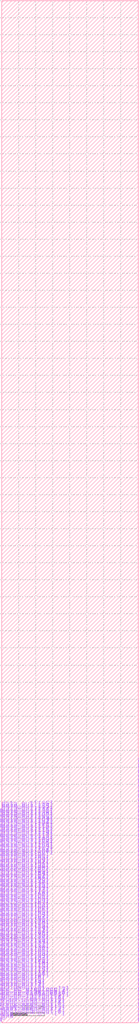
<source format=lef>
VERSION 5.7 ;
  NOWIREEXTENSIONATPIN ON ;
  DIVIDERCHAR "/" ;
  BUSBITCHARS "[]" ;
MACRO tri_256x144_8w_1r1w
  CLASS BLOCK ;
  FOREIGN tri_256x144_8w_1r1w ;
  ORIGIN 0.000 0.000 ;
  SIZE 400.000 BY 3000.000 ;
  PIN gnd
    DIRECTION INOUT ;
    USE SIGNAL ;
    PORT
      LAYER met3 ;
        RECT -4.000 4.000 0.000 4.600 ;
    END
  END gnd
  PIN vdd
    DIRECTION INOUT ;
    USE SIGNAL ;
    PORT
      LAYER met3 ;
        RECT -4.000 8.000 0.000 8.600 ;
    END
  END vdd
  PIN vcs
    DIRECTION INOUT ;
    USE SIGNAL ;
    PORT
      LAYER met3 ;
        RECT -4.000 12.000 0.000 12.600 ;
    END
  END vcs
  PIN clk
    DIRECTION INPUT ;
    USE SIGNAL ;
    PORT
      LAYER met3 ;
        RECT 400.000 4.000 404.000 4.600 ;
    END
  END clk
  PIN rst
    DIRECTION INPUT ;
    USE SIGNAL ;
    PORT
      LAYER met3 ;
        RECT 400.000 8.000 404.000 8.600 ;
    END
  END rst
  PIN rd_act[0]
    DIRECTION INPUT ;
    USE SIGNAL ;
    PORT
      LAYER met3 ;
        RECT 400.000 12.000 404.000 12.600 ;
    END
  END rd_act[0]
  PIN rd_act[1]
    DIRECTION INPUT ;
    USE SIGNAL ;
    PORT
      LAYER met3 ;
        RECT 400.000 16.000 404.000 16.600 ;
    END
  END rd_act[1]
  PIN rd_act[2]
    DIRECTION INPUT ;
    USE SIGNAL ;
    PORT
      LAYER met3 ;
        RECT 400.000 20.000 404.000 20.600 ;
    END
  END rd_act[2]
  PIN rd_act[3]
    DIRECTION INPUT ;
    USE SIGNAL ;
    PORT
      LAYER met3 ;
        RECT 400.000 24.000 404.000 24.600 ;
    END
  END rd_act[3]
  PIN rd_act[4]
    DIRECTION INPUT ;
    USE SIGNAL ;
    PORT
      LAYER met3 ;
        RECT 400.000 28.000 404.000 28.600 ;
    END
  END rd_act[4]
  PIN rd_act[5]
    DIRECTION INPUT ;
    USE SIGNAL ;
    PORT
      LAYER met3 ;
        RECT 400.000 32.000 404.000 32.600 ;
    END
  END rd_act[5]
  PIN rd_act[6]
    DIRECTION INPUT ;
    USE SIGNAL ;
    PORT
      LAYER met3 ;
        RECT 400.000 36.000 404.000 36.600 ;
    END
  END rd_act[6]
  PIN rd_act[7]
    DIRECTION INPUT ;
    USE SIGNAL ;
    PORT
      LAYER met3 ;
        RECT 400.000 40.000 404.000 40.600 ;
    END
  END rd_act[7]
  PIN wr_act[0]
    DIRECTION INPUT ;
    USE SIGNAL ;
    PORT
      LAYER met3 ;
        RECT 400.000 44.000 404.000 44.600 ;
    END
  END wr_act[0]
  PIN wr_act[1]
    DIRECTION INPUT ;
    USE SIGNAL ;
    PORT
      LAYER met3 ;
        RECT 400.000 48.000 404.000 48.600 ;
    END
  END wr_act[1]
  PIN wr_act[2]
    DIRECTION INPUT ;
    USE SIGNAL ;
    PORT
      LAYER met3 ;
        RECT 400.000 52.000 404.000 52.600 ;
    END
  END wr_act[2]
  PIN wr_act[3]
    DIRECTION INPUT ;
    USE SIGNAL ;
    PORT
      LAYER met3 ;
        RECT 400.000 56.000 404.000 56.600 ;
    END
  END wr_act[3]
  PIN wr_act[4]
    DIRECTION INPUT ;
    USE SIGNAL ;
    PORT
      LAYER met3 ;
        RECT 400.000 60.000 404.000 60.600 ;
    END
  END wr_act[4]
  PIN wr_act[5]
    DIRECTION INPUT ;
    USE SIGNAL ;
    PORT
      LAYER met3 ;
        RECT 400.000 64.000 404.000 64.600 ;
    END
  END wr_act[5]
  PIN wr_act[6]
    DIRECTION INPUT ;
    USE SIGNAL ;
    PORT
      LAYER met3 ;
        RECT 400.000 68.000 404.000 68.600 ;
    END
  END wr_act[6]
  PIN wr_act[7]
    DIRECTION INPUT ;
    USE SIGNAL ;
    PORT
      LAYER met3 ;
        RECT 400.000 72.000 404.000 72.600 ;
    END
  END wr_act[7]
  PIN sg_0
    DIRECTION INPUT ;
    USE SIGNAL ;
    PORT
      LAYER met3 ;
        RECT 400.000 76.000 404.000 76.600 ;
    END
  END sg_0
  PIN abst_sl_thold_0
    DIRECTION INPUT ;
    USE SIGNAL ;
    PORT
      LAYER met3 ;
        RECT 400.000 80.000 404.000 80.600 ;
    END
  END abst_sl_thold_0
  PIN ary_nsl_thold_0
    DIRECTION INPUT ;
    USE SIGNAL ;
    PORT
      LAYER met3 ;
        RECT 400.000 84.000 404.000 84.600 ;
    END
  END ary_nsl_thold_0
  PIN time_sl_thold_0
    DIRECTION INPUT ;
    USE SIGNAL ;
    PORT
      LAYER met3 ;
        RECT 400.000 88.000 404.000 88.600 ;
    END
  END time_sl_thold_0
  PIN repr_sl_thold_0
    DIRECTION INPUT ;
    USE SIGNAL ;
    PORT
      LAYER met3 ;
        RECT 400.000 92.000 404.000 92.600 ;
    END
  END repr_sl_thold_0
  PIN func_sl_force
    DIRECTION INPUT ;
    USE SIGNAL ;
    PORT
      LAYER met3 ;
        RECT 400.000 96.000 404.000 96.600 ;
    END
  END func_sl_force
  PIN func_sl_thold_0_b
    DIRECTION INPUT ;
    USE SIGNAL ;
    PORT
      LAYER met3 ;
        RECT 400.000 100.000 404.000 100.600 ;
    END
  END func_sl_thold_0_b
  PIN g8t_clkoff_dc_b
    DIRECTION INPUT ;
    USE SIGNAL ;
    PORT
      LAYER met3 ;
        RECT 400.000 104.000 404.000 104.600 ;
    END
  END g8t_clkoff_dc_b
  PIN ccflush_dc
    DIRECTION INPUT ;
    USE SIGNAL ;
    PORT
      LAYER met3 ;
        RECT 400.000 108.000 404.000 108.600 ;
    END
  END ccflush_dc
  PIN scan_dis_dc_b
    DIRECTION INPUT ;
    USE SIGNAL ;
    PORT
      LAYER met3 ;
        RECT 400.000 112.000 404.000 112.600 ;
    END
  END scan_dis_dc_b
  PIN scan_diag_dc
    DIRECTION INPUT ;
    USE SIGNAL ;
    PORT
      LAYER met3 ;
        RECT 400.000 116.000 404.000 116.600 ;
    END
  END scan_diag_dc
  PIN g8t_d_mode_dc
    DIRECTION INPUT ;
    USE SIGNAL ;
    PORT
      LAYER met3 ;
        RECT 400.000 120.000 404.000 120.600 ;
    END
  END g8t_d_mode_dc
  PIN g8t_mpw1_dc_b[0]
    DIRECTION INPUT ;
    USE SIGNAL ;
    PORT
      LAYER met3 ;
        RECT 400.000 124.000 404.000 124.600 ;
    END
  END g8t_mpw1_dc_b[0]
  PIN g8t_mpw1_dc_b[1]
    DIRECTION INPUT ;
    USE SIGNAL ;
    PORT
      LAYER met3 ;
        RECT 400.000 128.000 404.000 128.600 ;
    END
  END g8t_mpw1_dc_b[1]
  PIN g8t_mpw1_dc_b[2]
    DIRECTION INPUT ;
    USE SIGNAL ;
    PORT
      LAYER met3 ;
        RECT 400.000 132.000 404.000 132.600 ;
    END
  END g8t_mpw1_dc_b[2]
  PIN g8t_mpw1_dc_b[3]
    DIRECTION INPUT ;
    USE SIGNAL ;
    PORT
      LAYER met3 ;
        RECT 400.000 136.000 404.000 136.600 ;
    END
  END g8t_mpw1_dc_b[3]
  PIN g8t_mpw1_dc_b[4]
    DIRECTION INPUT ;
    USE SIGNAL ;
    PORT
      LAYER met3 ;
        RECT 400.000 140.000 404.000 140.600 ;
    END
  END g8t_mpw1_dc_b[4]
  PIN g8t_mpw2_dc_b
    DIRECTION INPUT ;
    USE SIGNAL ;
    PORT
      LAYER met3 ;
        RECT 400.000 144.000 404.000 144.600 ;
    END
  END g8t_mpw2_dc_b
  PIN g8t_delay_lclkr_dc[0]
    DIRECTION INPUT ;
    USE SIGNAL ;
    PORT
      LAYER met3 ;
        RECT 400.000 148.000 404.000 148.600 ;
    END
  END g8t_delay_lclkr_dc[0]
  PIN g8t_delay_lclkr_dc[1]
    DIRECTION INPUT ;
    USE SIGNAL ;
    PORT
      LAYER met3 ;
        RECT 400.000 152.000 404.000 152.600 ;
    END
  END g8t_delay_lclkr_dc[1]
  PIN g8t_delay_lclkr_dc[2]
    DIRECTION INPUT ;
    USE SIGNAL ;
    PORT
      LAYER met3 ;
        RECT 400.000 156.000 404.000 156.600 ;
    END
  END g8t_delay_lclkr_dc[2]
  PIN g8t_delay_lclkr_dc[3]
    DIRECTION INPUT ;
    USE SIGNAL ;
    PORT
      LAYER met3 ;
        RECT 400.000 160.000 404.000 160.600 ;
    END
  END g8t_delay_lclkr_dc[3]
  PIN g8t_delay_lclkr_dc[4]
    DIRECTION INPUT ;
    USE SIGNAL ;
    PORT
      LAYER met3 ;
        RECT 400.000 164.000 404.000 164.600 ;
    END
  END g8t_delay_lclkr_dc[4]
  PIN d_mode_dc
    DIRECTION INPUT ;
    USE SIGNAL ;
    PORT
      LAYER met3 ;
        RECT 400.000 168.000 404.000 168.600 ;
    END
  END d_mode_dc
  PIN mpw1_dc_b
    DIRECTION INPUT ;
    USE SIGNAL ;
    PORT
      LAYER met3 ;
        RECT 400.000 172.000 404.000 172.600 ;
    END
  END mpw1_dc_b
  PIN mpw2_dc_b
    DIRECTION INPUT ;
    USE SIGNAL ;
    PORT
      LAYER met3 ;
        RECT 400.000 176.000 404.000 176.600 ;
    END
  END mpw2_dc_b
  PIN delay_lclkr_dc
    DIRECTION INPUT ;
    USE SIGNAL ;
    PORT
      LAYER met3 ;
        RECT 400.000 180.000 404.000 180.600 ;
    END
  END delay_lclkr_dc
  PIN wr_abst_act
    DIRECTION INPUT ;
    USE SIGNAL ;
    PORT
      LAYER met3 ;
        RECT 400.000 184.000 404.000 184.600 ;
    END
  END wr_abst_act
  PIN rd0_abst_act
    DIRECTION INPUT ;
    USE SIGNAL ;
    PORT
      LAYER met3 ;
        RECT 400.000 188.000 404.000 188.600 ;
    END
  END rd0_abst_act
  PIN abist_di[0]
    DIRECTION INPUT ;
    USE SIGNAL ;
    PORT
      LAYER met3 ;
        RECT 400.000 192.000 404.000 192.600 ;
    END
  END abist_di[0]
  PIN abist_di[1]
    DIRECTION INPUT ;
    USE SIGNAL ;
    PORT
      LAYER met3 ;
        RECT 400.000 196.000 404.000 196.600 ;
    END
  END abist_di[1]
  PIN abist_di[2]
    DIRECTION INPUT ;
    USE SIGNAL ;
    PORT
      LAYER met3 ;
        RECT 400.000 200.000 404.000 200.600 ;
    END
  END abist_di[2]
  PIN abist_di[3]
    DIRECTION INPUT ;
    USE SIGNAL ;
    PORT
      LAYER met3 ;
        RECT 400.000 204.000 404.000 204.600 ;
    END
  END abist_di[3]
  PIN abist_bw_odd
    DIRECTION INPUT ;
    USE SIGNAL ;
    PORT
      LAYER met3 ;
        RECT 400.000 208.000 404.000 208.600 ;
    END
  END abist_bw_odd
  PIN abist_bw_even
    DIRECTION INPUT ;
    USE SIGNAL ;
    PORT
      LAYER met3 ;
        RECT 400.000 212.000 404.000 212.600 ;
    END
  END abist_bw_even
  PIN abist_wr_adr[0]
    DIRECTION INPUT ;
    USE SIGNAL ;
    PORT
      LAYER met3 ;
        RECT 400.000 216.000 404.000 216.600 ;
    END
  END abist_wr_adr[0]
  PIN abist_wr_adr[1]
    DIRECTION INPUT ;
    USE SIGNAL ;
    PORT
      LAYER met3 ;
        RECT 400.000 220.000 404.000 220.600 ;
    END
  END abist_wr_adr[1]
  PIN abist_wr_adr[2]
    DIRECTION INPUT ;
    USE SIGNAL ;
    PORT
      LAYER met3 ;
        RECT 400.000 224.000 404.000 224.600 ;
    END
  END abist_wr_adr[2]
  PIN abist_wr_adr[3]
    DIRECTION INPUT ;
    USE SIGNAL ;
    PORT
      LAYER met3 ;
        RECT 400.000 228.000 404.000 228.600 ;
    END
  END abist_wr_adr[3]
  PIN abist_wr_adr[4]
    DIRECTION INPUT ;
    USE SIGNAL ;
    PORT
      LAYER met3 ;
        RECT 400.000 232.000 404.000 232.600 ;
    END
  END abist_wr_adr[4]
  PIN abist_wr_adr[5]
    DIRECTION INPUT ;
    USE SIGNAL ;
    PORT
      LAYER met3 ;
        RECT 400.000 236.000 404.000 236.600 ;
    END
  END abist_wr_adr[5]
  PIN abist_wr_adr[6]
    DIRECTION INPUT ;
    USE SIGNAL ;
    PORT
      LAYER met3 ;
        RECT 400.000 240.000 404.000 240.600 ;
    END
  END abist_wr_adr[6]
  PIN abist_wr_adr[7]
    DIRECTION INPUT ;
    USE SIGNAL ;
    PORT
      LAYER met3 ;
        RECT 400.000 244.000 404.000 244.600 ;
    END
  END abist_wr_adr[7]
  PIN abist_wr_adr[8]
    DIRECTION INPUT ;
    USE SIGNAL ;
    PORT
      LAYER met3 ;
        RECT 400.000 248.000 404.000 248.600 ;
    END
  END abist_wr_adr[8]
  PIN abist_rd0_adr[0]
    DIRECTION INPUT ;
    USE SIGNAL ;
    PORT
      LAYER met3 ;
        RECT 400.000 252.000 404.000 252.600 ;
    END
  END abist_rd0_adr[0]
  PIN abist_rd0_adr[1]
    DIRECTION INPUT ;
    USE SIGNAL ;
    PORT
      LAYER met3 ;
        RECT 400.000 256.000 404.000 256.600 ;
    END
  END abist_rd0_adr[1]
  PIN abist_rd0_adr[2]
    DIRECTION INPUT ;
    USE SIGNAL ;
    PORT
      LAYER met3 ;
        RECT 400.000 260.000 404.000 260.600 ;
    END
  END abist_rd0_adr[2]
  PIN abist_rd0_adr[3]
    DIRECTION INPUT ;
    USE SIGNAL ;
    PORT
      LAYER met3 ;
        RECT 400.000 264.000 404.000 264.600 ;
    END
  END abist_rd0_adr[3]
  PIN abist_rd0_adr[4]
    DIRECTION INPUT ;
    USE SIGNAL ;
    PORT
      LAYER met3 ;
        RECT 400.000 268.000 404.000 268.600 ;
    END
  END abist_rd0_adr[4]
  PIN abist_rd0_adr[5]
    DIRECTION INPUT ;
    USE SIGNAL ;
    PORT
      LAYER met3 ;
        RECT 400.000 272.000 404.000 272.600 ;
    END
  END abist_rd0_adr[5]
  PIN abist_rd0_adr[6]
    DIRECTION INPUT ;
    USE SIGNAL ;
    PORT
      LAYER met3 ;
        RECT 400.000 276.000 404.000 276.600 ;
    END
  END abist_rd0_adr[6]
  PIN abist_rd0_adr[7]
    DIRECTION INPUT ;
    USE SIGNAL ;
    PORT
      LAYER met3 ;
        RECT 400.000 280.000 404.000 280.600 ;
    END
  END abist_rd0_adr[7]
  PIN abist_rd0_adr[8]
    DIRECTION INPUT ;
    USE SIGNAL ;
    PORT
      LAYER met3 ;
        RECT 400.000 284.000 404.000 284.600 ;
    END
  END abist_rd0_adr[8]
  PIN tc_lbist_ary_wrt_thru_dc
    DIRECTION INPUT ;
    USE SIGNAL ;
    PORT
      LAYER met3 ;
        RECT 400.000 288.000 404.000 288.600 ;
    END
  END tc_lbist_ary_wrt_thru_dc
  PIN abist_ena_1
    DIRECTION INPUT ;
    USE SIGNAL ;
    PORT
      LAYER met3 ;
        RECT 400.000 292.000 404.000 292.600 ;
    END
  END abist_ena_1
  PIN abist_g8t_rd0_comp_ena
    DIRECTION INPUT ;
    USE SIGNAL ;
    PORT
      LAYER met3 ;
        RECT 400.000 296.000 404.000 296.600 ;
    END
  END abist_g8t_rd0_comp_ena
  PIN abist_raw_dc_b
    DIRECTION INPUT ;
    USE SIGNAL ;
    PORT
      LAYER met3 ;
        RECT 400.000 300.000 404.000 300.600 ;
    END
  END abist_raw_dc_b
  PIN obs0_abist_cmp[0]
    DIRECTION INPUT ;
    USE SIGNAL ;
    PORT
      LAYER met3 ;
        RECT 400.000 304.000 404.000 304.600 ;
    END
  END obs0_abist_cmp[0]
  PIN obs0_abist_cmp[1]
    DIRECTION INPUT ;
    USE SIGNAL ;
    PORT
      LAYER met3 ;
        RECT 400.000 308.000 404.000 308.600 ;
    END
  END obs0_abist_cmp[1]
  PIN obs0_abist_cmp[2]
    DIRECTION INPUT ;
    USE SIGNAL ;
    PORT
      LAYER met3 ;
        RECT 400.000 312.000 404.000 312.600 ;
    END
  END obs0_abist_cmp[2]
  PIN obs0_abist_cmp[3]
    DIRECTION INPUT ;
    USE SIGNAL ;
    PORT
      LAYER met3 ;
        RECT 400.000 316.000 404.000 316.600 ;
    END
  END obs0_abist_cmp[3]
  PIN abst_scan_in[0]
    DIRECTION INPUT ;
    USE SIGNAL ;
    PORT
      LAYER met3 ;
        RECT 400.000 320.000 404.000 320.600 ;
    END
  END abst_scan_in[0]
  PIN abst_scan_in[1]
    DIRECTION INPUT ;
    USE SIGNAL ;
    PORT
      LAYER met3 ;
        RECT 400.000 324.000 404.000 324.600 ;
    END
  END abst_scan_in[1]
  PIN abst_scan_in[2]
    DIRECTION INPUT ;
    USE SIGNAL ;
    PORT
      LAYER met3 ;
        RECT 400.000 328.000 404.000 328.600 ;
    END
  END abst_scan_in[2]
  PIN abst_scan_in[3]
    DIRECTION INPUT ;
    USE SIGNAL ;
    PORT
      LAYER met3 ;
        RECT 400.000 332.000 404.000 332.600 ;
    END
  END abst_scan_in[3]
  PIN time_scan_in
    DIRECTION INPUT ;
    USE SIGNAL ;
    PORT
      LAYER met3 ;
        RECT 400.000 336.000 404.000 336.600 ;
    END
  END time_scan_in
  PIN repr_scan_in
    DIRECTION INPUT ;
    USE SIGNAL ;
    PORT
      LAYER met3 ;
        RECT 400.000 340.000 404.000 340.600 ;
    END
  END repr_scan_in
  PIN func_scan_in[0]
    DIRECTION INPUT ;
    USE SIGNAL ;
    PORT
      LAYER met3 ;
        RECT 400.000 344.000 404.000 344.600 ;
    END
  END func_scan_in[0]
  PIN func_scan_in[1]
    DIRECTION INPUT ;
    USE SIGNAL ;
    PORT
      LAYER met3 ;
        RECT 400.000 348.000 404.000 348.600 ;
    END
  END func_scan_in[1]
  PIN func_scan_in[2]
    DIRECTION INPUT ;
    USE SIGNAL ;
    PORT
      LAYER met3 ;
        RECT 400.000 352.000 404.000 352.600 ;
    END
  END func_scan_in[2]
  PIN func_scan_in[3]
    DIRECTION INPUT ;
    USE SIGNAL ;
    PORT
      LAYER met3 ;
        RECT 400.000 356.000 404.000 356.600 ;
    END
  END func_scan_in[3]
  PIN abst_scan_out[0]
    DIRECTION OUTPUT TRISTATE ;
    USE SIGNAL ;
    PORT
      LAYER met3 ;
        RECT -4.000 16.000 0.000 16.600 ;
    END
  END abst_scan_out[0]
  PIN abst_scan_out[1]
    DIRECTION OUTPUT TRISTATE ;
    USE SIGNAL ;
    PORT
      LAYER met3 ;
        RECT -4.000 20.000 0.000 20.600 ;
    END
  END abst_scan_out[1]
  PIN abst_scan_out[2]
    DIRECTION OUTPUT TRISTATE ;
    USE SIGNAL ;
    PORT
      LAYER met3 ;
        RECT -4.000 24.000 0.000 24.600 ;
    END
  END abst_scan_out[2]
  PIN abst_scan_out[3]
    DIRECTION OUTPUT TRISTATE ;
    USE SIGNAL ;
    PORT
      LAYER met3 ;
        RECT -4.000 28.000 0.000 28.600 ;
    END
  END abst_scan_out[3]
  PIN time_scan_out
    DIRECTION OUTPUT TRISTATE ;
    USE SIGNAL ;
    PORT
      LAYER met3 ;
        RECT -4.000 32.000 0.000 32.600 ;
    END
  END time_scan_out
  PIN repr_scan_out
    DIRECTION OUTPUT TRISTATE ;
    USE SIGNAL ;
    PORT
      LAYER met3 ;
        RECT -4.000 36.000 0.000 36.600 ;
    END
  END repr_scan_out
  PIN func_scan_out[0]
    DIRECTION OUTPUT TRISTATE ;
    USE SIGNAL ;
    PORT
      LAYER met3 ;
        RECT -4.000 40.000 0.000 40.600 ;
    END
  END func_scan_out[0]
  PIN func_scan_out[1]
    DIRECTION OUTPUT TRISTATE ;
    USE SIGNAL ;
    PORT
      LAYER met3 ;
        RECT -4.000 44.000 0.000 44.600 ;
    END
  END func_scan_out[1]
  PIN func_scan_out[2]
    DIRECTION OUTPUT TRISTATE ;
    USE SIGNAL ;
    PORT
      LAYER met3 ;
        RECT -4.000 48.000 0.000 48.600 ;
    END
  END func_scan_out[2]
  PIN func_scan_out[3]
    DIRECTION OUTPUT TRISTATE ;
    USE SIGNAL ;
    PORT
      LAYER met3 ;
        RECT -4.000 52.000 0.000 52.600 ;
    END
  END func_scan_out[3]
  PIN lcb_bolt_sl_thold_0
    DIRECTION INPUT ;
    USE SIGNAL ;
    PORT
      LAYER met3 ;
        RECT 400.000 360.000 404.000 360.600 ;
    END
  END lcb_bolt_sl_thold_0
  PIN pc_bo_enable_2
    DIRECTION INPUT ;
    USE SIGNAL ;
    PORT
      LAYER met3 ;
        RECT 400.000 364.000 404.000 364.600 ;
    END
  END pc_bo_enable_2
  PIN pc_bo_reset
    DIRECTION INPUT ;
    USE SIGNAL ;
    PORT
      LAYER met3 ;
        RECT 400.000 368.000 404.000 368.600 ;
    END
  END pc_bo_reset
  PIN pc_bo_unload
    DIRECTION INPUT ;
    USE SIGNAL ;
    PORT
      LAYER met3 ;
        RECT 400.000 372.000 404.000 372.600 ;
    END
  END pc_bo_unload
  PIN pc_bo_repair
    DIRECTION INPUT ;
    USE SIGNAL ;
    PORT
      LAYER met3 ;
        RECT 400.000 376.000 404.000 376.600 ;
    END
  END pc_bo_repair
  PIN pc_bo_shdata
    DIRECTION INPUT ;
    USE SIGNAL ;
    PORT
      LAYER met3 ;
        RECT 400.000 380.000 404.000 380.600 ;
    END
  END pc_bo_shdata
  PIN pc_bo_select[0]
    DIRECTION INPUT ;
    USE SIGNAL ;
    PORT
      LAYER met3 ;
        RECT 400.000 384.000 404.000 384.600 ;
    END
  END pc_bo_select[0]
  PIN pc_bo_select[1]
    DIRECTION INPUT ;
    USE SIGNAL ;
    PORT
      LAYER met3 ;
        RECT 400.000 388.000 404.000 388.600 ;
    END
  END pc_bo_select[1]
  PIN pc_bo_select[2]
    DIRECTION INPUT ;
    USE SIGNAL ;
    PORT
      LAYER met3 ;
        RECT 400.000 392.000 404.000 392.600 ;
    END
  END pc_bo_select[2]
  PIN pc_bo_select[3]
    DIRECTION INPUT ;
    USE SIGNAL ;
    PORT
      LAYER met3 ;
        RECT 400.000 396.000 404.000 396.600 ;
    END
  END pc_bo_select[3]
  PIN bo_pc_failout[0]
    DIRECTION OUTPUT TRISTATE ;
    USE SIGNAL ;
    PORT
      LAYER met3 ;
        RECT -4.000 56.000 0.000 56.600 ;
    END
  END bo_pc_failout[0]
  PIN bo_pc_failout[1]
    DIRECTION OUTPUT TRISTATE ;
    USE SIGNAL ;
    PORT
      LAYER met3 ;
        RECT -4.000 60.000 0.000 60.600 ;
    END
  END bo_pc_failout[1]
  PIN bo_pc_failout[2]
    DIRECTION OUTPUT TRISTATE ;
    USE SIGNAL ;
    PORT
      LAYER met3 ;
        RECT -4.000 64.000 0.000 64.600 ;
    END
  END bo_pc_failout[2]
  PIN bo_pc_failout[3]
    DIRECTION OUTPUT TRISTATE ;
    USE SIGNAL ;
    PORT
      LAYER met3 ;
        RECT -4.000 68.000 0.000 68.600 ;
    END
  END bo_pc_failout[3]
  PIN bo_pc_diagloop[0]
    DIRECTION OUTPUT TRISTATE ;
    USE SIGNAL ;
    PORT
      LAYER met3 ;
        RECT -4.000 72.000 0.000 72.600 ;
    END
  END bo_pc_diagloop[0]
  PIN bo_pc_diagloop[1]
    DIRECTION OUTPUT TRISTATE ;
    USE SIGNAL ;
    PORT
      LAYER met3 ;
        RECT -4.000 76.000 0.000 76.600 ;
    END
  END bo_pc_diagloop[1]
  PIN bo_pc_diagloop[2]
    DIRECTION OUTPUT TRISTATE ;
    USE SIGNAL ;
    PORT
      LAYER met3 ;
        RECT -4.000 80.000 0.000 80.600 ;
    END
  END bo_pc_diagloop[2]
  PIN bo_pc_diagloop[3]
    DIRECTION OUTPUT TRISTATE ;
    USE SIGNAL ;
    PORT
      LAYER met3 ;
        RECT -4.000 84.000 0.000 84.600 ;
    END
  END bo_pc_diagloop[3]
  PIN tri_lcb_mpw1_dc_b
    DIRECTION INPUT ;
    USE SIGNAL ;
    PORT
      LAYER met3 ;
        RECT 400.000 400.000 404.000 400.600 ;
    END
  END tri_lcb_mpw1_dc_b
  PIN tri_lcb_mpw2_dc_b
    DIRECTION INPUT ;
    USE SIGNAL ;
    PORT
      LAYER met3 ;
        RECT 400.000 404.000 404.000 404.600 ;
    END
  END tri_lcb_mpw2_dc_b
  PIN tri_lcb_delay_lclkr_dc
    DIRECTION INPUT ;
    USE SIGNAL ;
    PORT
      LAYER met3 ;
        RECT 400.000 408.000 404.000 408.600 ;
    END
  END tri_lcb_delay_lclkr_dc
  PIN tri_lcb_clkoff_dc_b
    DIRECTION INPUT ;
    USE SIGNAL ;
    PORT
      LAYER met3 ;
        RECT 400.000 412.000 404.000 412.600 ;
    END
  END tri_lcb_clkoff_dc_b
  PIN tri_lcb_act_dis_dc
    DIRECTION INPUT ;
    USE SIGNAL ;
    PORT
      LAYER met3 ;
        RECT 400.000 416.000 404.000 416.600 ;
    END
  END tri_lcb_act_dis_dc
  PIN wr_way[0]
    DIRECTION INPUT ;
    USE SIGNAL ;
    PORT
      LAYER met3 ;
        RECT 400.000 420.000 404.000 420.600 ;
    END
  END wr_way[0]
  PIN wr_way[1]
    DIRECTION INPUT ;
    USE SIGNAL ;
    PORT
      LAYER met3 ;
        RECT 400.000 424.000 404.000 424.600 ;
    END
  END wr_way[1]
  PIN wr_way[2]
    DIRECTION INPUT ;
    USE SIGNAL ;
    PORT
      LAYER met3 ;
        RECT 400.000 428.000 404.000 428.600 ;
    END
  END wr_way[2]
  PIN wr_way[3]
    DIRECTION INPUT ;
    USE SIGNAL ;
    PORT
      LAYER met3 ;
        RECT 400.000 432.000 404.000 432.600 ;
    END
  END wr_way[3]
  PIN wr_addr[0]
    DIRECTION INPUT ;
    USE SIGNAL ;
    PORT
      LAYER met3 ;
        RECT 400.000 436.000 404.000 436.600 ;
    END
  END wr_addr[0]
  PIN wr_addr[1]
    DIRECTION INPUT ;
    USE SIGNAL ;
    PORT
      LAYER met3 ;
        RECT 400.000 440.000 404.000 440.600 ;
    END
  END wr_addr[1]
  PIN wr_addr[2]
    DIRECTION INPUT ;
    USE SIGNAL ;
    PORT
      LAYER met3 ;
        RECT 400.000 444.000 404.000 444.600 ;
    END
  END wr_addr[2]
  PIN wr_addr[3]
    DIRECTION INPUT ;
    USE SIGNAL ;
    PORT
      LAYER met3 ;
        RECT 400.000 448.000 404.000 448.600 ;
    END
  END wr_addr[3]
  PIN wr_addr[4]
    DIRECTION INPUT ;
    USE SIGNAL ;
    PORT
      LAYER met3 ;
        RECT 400.000 452.000 404.000 452.600 ;
    END
  END wr_addr[4]
  PIN wr_addr[5]
    DIRECTION INPUT ;
    USE SIGNAL ;
    PORT
      LAYER met3 ;
        RECT 400.000 456.000 404.000 456.600 ;
    END
  END wr_addr[5]
  PIN wr_addr[6]
    DIRECTION INPUT ;
    USE SIGNAL ;
    PORT
      LAYER met3 ;
        RECT 400.000 460.000 404.000 460.600 ;
    END
  END wr_addr[6]
  PIN wr_addr[7]
    DIRECTION INPUT ;
    USE SIGNAL ;
    PORT
      LAYER met3 ;
        RECT 400.000 464.000 404.000 464.600 ;
    END
  END wr_addr[7]
  PIN wr_addr[8]
    DIRECTION INPUT ;
    USE SIGNAL ;
    PORT
      LAYER met3 ;
        RECT 400.000 468.000 404.000 468.600 ;
    END
  END wr_addr[8]
  PIN data_in0[0]
    DIRECTION INPUT ;
    USE SIGNAL ;
    PORT
      LAYER met3 ;
        RECT 400.000 472.000 404.000 472.600 ;
    END
  END data_in0[0]
  PIN data_in0[1]
    DIRECTION INPUT ;
    USE SIGNAL ;
    PORT
      LAYER met3 ;
        RECT 400.000 476.000 404.000 476.600 ;
    END
  END data_in0[1]
  PIN data_in0[2]
    DIRECTION INPUT ;
    USE SIGNAL ;
    PORT
      LAYER met3 ;
        RECT 400.000 480.000 404.000 480.600 ;
    END
  END data_in0[2]
  PIN data_in0[3]
    DIRECTION INPUT ;
    USE SIGNAL ;
    PORT
      LAYER met3 ;
        RECT 400.000 484.000 404.000 484.600 ;
    END
  END data_in0[3]
  PIN data_in0[4]
    DIRECTION INPUT ;
    USE SIGNAL ;
    PORT
      LAYER met3 ;
        RECT 400.000 488.000 404.000 488.600 ;
    END
  END data_in0[4]
  PIN data_in0[5]
    DIRECTION INPUT ;
    USE SIGNAL ;
    PORT
      LAYER met3 ;
        RECT 400.000 492.000 404.000 492.600 ;
    END
  END data_in0[5]
  PIN data_in0[6]
    DIRECTION INPUT ;
    USE SIGNAL ;
    PORT
      LAYER met3 ;
        RECT 400.000 496.000 404.000 496.600 ;
    END
  END data_in0[6]
  PIN data_in0[7]
    DIRECTION INPUT ;
    USE SIGNAL ;
    PORT
      LAYER met3 ;
        RECT 400.000 500.000 404.000 500.600 ;
    END
  END data_in0[7]
  PIN data_in0[8]
    DIRECTION INPUT ;
    USE SIGNAL ;
    PORT
      LAYER met3 ;
        RECT 400.000 504.000 404.000 504.600 ;
    END
  END data_in0[8]
  PIN data_in0[9]
    DIRECTION INPUT ;
    USE SIGNAL ;
    PORT
      LAYER met3 ;
        RECT 400.000 508.000 404.000 508.600 ;
    END
  END data_in0[9]
  PIN data_in0[10]
    DIRECTION INPUT ;
    USE SIGNAL ;
    PORT
      LAYER met3 ;
        RECT 400.000 512.000 404.000 512.600 ;
    END
  END data_in0[10]
  PIN data_in0[11]
    DIRECTION INPUT ;
    USE SIGNAL ;
    PORT
      LAYER met3 ;
        RECT 400.000 516.000 404.000 516.600 ;
    END
  END data_in0[11]
  PIN data_in0[12]
    DIRECTION INPUT ;
    USE SIGNAL ;
    PORT
      LAYER met3 ;
        RECT 400.000 520.000 404.000 520.600 ;
    END
  END data_in0[12]
  PIN data_in0[13]
    DIRECTION INPUT ;
    USE SIGNAL ;
    PORT
      LAYER met3 ;
        RECT 400.000 524.000 404.000 524.600 ;
    END
  END data_in0[13]
  PIN data_in0[14]
    DIRECTION INPUT ;
    USE SIGNAL ;
    PORT
      LAYER met3 ;
        RECT 400.000 528.000 404.000 528.600 ;
    END
  END data_in0[14]
  PIN data_in0[15]
    DIRECTION INPUT ;
    USE SIGNAL ;
    PORT
      LAYER met3 ;
        RECT 400.000 532.000 404.000 532.600 ;
    END
  END data_in0[15]
  PIN data_in0[16]
    DIRECTION INPUT ;
    USE SIGNAL ;
    PORT
      LAYER met3 ;
        RECT 400.000 536.000 404.000 536.600 ;
    END
  END data_in0[16]
  PIN data_in0[17]
    DIRECTION INPUT ;
    USE SIGNAL ;
    PORT
      LAYER met3 ;
        RECT 400.000 540.000 404.000 540.600 ;
    END
  END data_in0[17]
  PIN data_in0[18]
    DIRECTION INPUT ;
    USE SIGNAL ;
    PORT
      LAYER met3 ;
        RECT 400.000 544.000 404.000 544.600 ;
    END
  END data_in0[18]
  PIN data_in0[19]
    DIRECTION INPUT ;
    USE SIGNAL ;
    PORT
      LAYER met3 ;
        RECT 400.000 548.000 404.000 548.600 ;
    END
  END data_in0[19]
  PIN data_in0[20]
    DIRECTION INPUT ;
    USE SIGNAL ;
    PORT
      LAYER met3 ;
        RECT 400.000 552.000 404.000 552.600 ;
    END
  END data_in0[20]
  PIN data_in0[21]
    DIRECTION INPUT ;
    USE SIGNAL ;
    PORT
      LAYER met3 ;
        RECT 400.000 556.000 404.000 556.600 ;
    END
  END data_in0[21]
  PIN data_in0[22]
    DIRECTION INPUT ;
    USE SIGNAL ;
    PORT
      LAYER met3 ;
        RECT 400.000 560.000 404.000 560.600 ;
    END
  END data_in0[22]
  PIN data_in0[23]
    DIRECTION INPUT ;
    USE SIGNAL ;
    PORT
      LAYER met3 ;
        RECT 400.000 564.000 404.000 564.600 ;
    END
  END data_in0[23]
  PIN data_in0[24]
    DIRECTION INPUT ;
    USE SIGNAL ;
    PORT
      LAYER met3 ;
        RECT 400.000 568.000 404.000 568.600 ;
    END
  END data_in0[24]
  PIN data_in0[25]
    DIRECTION INPUT ;
    USE SIGNAL ;
    PORT
      LAYER met3 ;
        RECT 400.000 572.000 404.000 572.600 ;
    END
  END data_in0[25]
  PIN data_in0[26]
    DIRECTION INPUT ;
    USE SIGNAL ;
    PORT
      LAYER met3 ;
        RECT 400.000 576.000 404.000 576.600 ;
    END
  END data_in0[26]
  PIN data_in0[27]
    DIRECTION INPUT ;
    USE SIGNAL ;
    PORT
      LAYER met3 ;
        RECT 400.000 580.000 404.000 580.600 ;
    END
  END data_in0[27]
  PIN data_in0[28]
    DIRECTION INPUT ;
    USE SIGNAL ;
    PORT
      LAYER met3 ;
        RECT 400.000 584.000 404.000 584.600 ;
    END
  END data_in0[28]
  PIN data_in0[29]
    DIRECTION INPUT ;
    USE SIGNAL ;
    PORT
      LAYER met3 ;
        RECT 400.000 588.000 404.000 588.600 ;
    END
  END data_in0[29]
  PIN data_in0[30]
    DIRECTION INPUT ;
    USE SIGNAL ;
    PORT
      LAYER met3 ;
        RECT 400.000 592.000 404.000 592.600 ;
    END
  END data_in0[30]
  PIN data_in0[31]
    DIRECTION INPUT ;
    USE SIGNAL ;
    PORT
      LAYER met3 ;
        RECT 400.000 596.000 404.000 596.600 ;
    END
  END data_in0[31]
  PIN data_in0[32]
    DIRECTION INPUT ;
    USE SIGNAL ;
    PORT
      LAYER met3 ;
        RECT 400.000 600.000 404.000 600.600 ;
    END
  END data_in0[32]
  PIN data_in0[33]
    DIRECTION INPUT ;
    USE SIGNAL ;
    PORT
      LAYER met3 ;
        RECT 400.000 604.000 404.000 604.600 ;
    END
  END data_in0[33]
  PIN data_in1[0]
    DIRECTION INPUT ;
    USE SIGNAL ;
    PORT
      LAYER met3 ;
        RECT 400.000 608.000 404.000 608.600 ;
    END
  END data_in1[0]
  PIN data_in1[1]
    DIRECTION INPUT ;
    USE SIGNAL ;
    PORT
      LAYER met3 ;
        RECT 400.000 612.000 404.000 612.600 ;
    END
  END data_in1[1]
  PIN data_in1[2]
    DIRECTION INPUT ;
    USE SIGNAL ;
    PORT
      LAYER met3 ;
        RECT 400.000 616.000 404.000 616.600 ;
    END
  END data_in1[2]
  PIN data_in1[3]
    DIRECTION INPUT ;
    USE SIGNAL ;
    PORT
      LAYER met3 ;
        RECT 400.000 620.000 404.000 620.600 ;
    END
  END data_in1[3]
  PIN data_in1[4]
    DIRECTION INPUT ;
    USE SIGNAL ;
    PORT
      LAYER met3 ;
        RECT 400.000 624.000 404.000 624.600 ;
    END
  END data_in1[4]
  PIN data_in1[5]
    DIRECTION INPUT ;
    USE SIGNAL ;
    PORT
      LAYER met3 ;
        RECT 400.000 628.000 404.000 628.600 ;
    END
  END data_in1[5]
  PIN data_in1[6]
    DIRECTION INPUT ;
    USE SIGNAL ;
    PORT
      LAYER met3 ;
        RECT 400.000 632.000 404.000 632.600 ;
    END
  END data_in1[6]
  PIN data_in1[7]
    DIRECTION INPUT ;
    USE SIGNAL ;
    PORT
      LAYER met3 ;
        RECT 400.000 636.000 404.000 636.600 ;
    END
  END data_in1[7]
  PIN data_in1[8]
    DIRECTION INPUT ;
    USE SIGNAL ;
    PORT
      LAYER met3 ;
        RECT 400.000 640.000 404.000 640.600 ;
    END
  END data_in1[8]
  PIN data_in1[9]
    DIRECTION INPUT ;
    USE SIGNAL ;
    PORT
      LAYER met3 ;
        RECT 400.000 644.000 404.000 644.600 ;
    END
  END data_in1[9]
  PIN data_in1[10]
    DIRECTION INPUT ;
    USE SIGNAL ;
    PORT
      LAYER met3 ;
        RECT 400.000 648.000 404.000 648.600 ;
    END
  END data_in1[10]
  PIN data_in1[11]
    DIRECTION INPUT ;
    USE SIGNAL ;
    PORT
      LAYER met3 ;
        RECT 400.000 652.000 404.000 652.600 ;
    END
  END data_in1[11]
  PIN data_in1[12]
    DIRECTION INPUT ;
    USE SIGNAL ;
    PORT
      LAYER met3 ;
        RECT 400.000 656.000 404.000 656.600 ;
    END
  END data_in1[12]
  PIN data_in1[13]
    DIRECTION INPUT ;
    USE SIGNAL ;
    PORT
      LAYER met3 ;
        RECT 400.000 660.000 404.000 660.600 ;
    END
  END data_in1[13]
  PIN data_in1[14]
    DIRECTION INPUT ;
    USE SIGNAL ;
    PORT
      LAYER met3 ;
        RECT 400.000 664.000 404.000 664.600 ;
    END
  END data_in1[14]
  PIN data_in1[15]
    DIRECTION INPUT ;
    USE SIGNAL ;
    PORT
      LAYER met3 ;
        RECT 400.000 668.000 404.000 668.600 ;
    END
  END data_in1[15]
  PIN data_in1[16]
    DIRECTION INPUT ;
    USE SIGNAL ;
    PORT
      LAYER met3 ;
        RECT 400.000 672.000 404.000 672.600 ;
    END
  END data_in1[16]
  PIN data_in1[17]
    DIRECTION INPUT ;
    USE SIGNAL ;
    PORT
      LAYER met3 ;
        RECT 400.000 676.000 404.000 676.600 ;
    END
  END data_in1[17]
  PIN data_in1[18]
    DIRECTION INPUT ;
    USE SIGNAL ;
    PORT
      LAYER met3 ;
        RECT 400.000 680.000 404.000 680.600 ;
    END
  END data_in1[18]
  PIN data_in1[19]
    DIRECTION INPUT ;
    USE SIGNAL ;
    PORT
      LAYER met3 ;
        RECT 400.000 684.000 404.000 684.600 ;
    END
  END data_in1[19]
  PIN data_in1[20]
    DIRECTION INPUT ;
    USE SIGNAL ;
    PORT
      LAYER met3 ;
        RECT 400.000 688.000 404.000 688.600 ;
    END
  END data_in1[20]
  PIN data_in1[21]
    DIRECTION INPUT ;
    USE SIGNAL ;
    PORT
      LAYER met3 ;
        RECT 400.000 692.000 404.000 692.600 ;
    END
  END data_in1[21]
  PIN data_in1[22]
    DIRECTION INPUT ;
    USE SIGNAL ;
    PORT
      LAYER met3 ;
        RECT 400.000 696.000 404.000 696.600 ;
    END
  END data_in1[22]
  PIN data_in1[23]
    DIRECTION INPUT ;
    USE SIGNAL ;
    PORT
      LAYER met3 ;
        RECT 400.000 700.000 404.000 700.600 ;
    END
  END data_in1[23]
  PIN data_in1[24]
    DIRECTION INPUT ;
    USE SIGNAL ;
    PORT
      LAYER met3 ;
        RECT 400.000 704.000 404.000 704.600 ;
    END
  END data_in1[24]
  PIN data_in1[25]
    DIRECTION INPUT ;
    USE SIGNAL ;
    PORT
      LAYER met3 ;
        RECT 400.000 708.000 404.000 708.600 ;
    END
  END data_in1[25]
  PIN data_in1[26]
    DIRECTION INPUT ;
    USE SIGNAL ;
    PORT
      LAYER met3 ;
        RECT 400.000 712.000 404.000 712.600 ;
    END
  END data_in1[26]
  PIN data_in1[27]
    DIRECTION INPUT ;
    USE SIGNAL ;
    PORT
      LAYER met3 ;
        RECT 400.000 716.000 404.000 716.600 ;
    END
  END data_in1[27]
  PIN data_in1[28]
    DIRECTION INPUT ;
    USE SIGNAL ;
    PORT
      LAYER met3 ;
        RECT 400.000 720.000 404.000 720.600 ;
    END
  END data_in1[28]
  PIN data_in1[29]
    DIRECTION INPUT ;
    USE SIGNAL ;
    PORT
      LAYER met3 ;
        RECT 400.000 724.000 404.000 724.600 ;
    END
  END data_in1[29]
  PIN data_in1[30]
    DIRECTION INPUT ;
    USE SIGNAL ;
    PORT
      LAYER met3 ;
        RECT 400.000 728.000 404.000 728.600 ;
    END
  END data_in1[30]
  PIN data_in1[31]
    DIRECTION INPUT ;
    USE SIGNAL ;
    PORT
      LAYER met3 ;
        RECT 400.000 732.000 404.000 732.600 ;
    END
  END data_in1[31]
  PIN data_in1[32]
    DIRECTION INPUT ;
    USE SIGNAL ;
    PORT
      LAYER met3 ;
        RECT 400.000 736.000 404.000 736.600 ;
    END
  END data_in1[32]
  PIN data_in1[33]
    DIRECTION INPUT ;
    USE SIGNAL ;
    PORT
      LAYER met3 ;
        RECT 400.000 740.000 404.000 740.600 ;
    END
  END data_in1[33]
  PIN rd_addr[0]
    DIRECTION INPUT ;
    USE SIGNAL ;
    PORT
      LAYER met3 ;
        RECT 400.000 744.000 404.000 744.600 ;
    END
  END rd_addr[0]
  PIN rd_addr[1]
    DIRECTION INPUT ;
    USE SIGNAL ;
    PORT
      LAYER met3 ;
        RECT 400.000 748.000 404.000 748.600 ;
    END
  END rd_addr[1]
  PIN rd_addr[2]
    DIRECTION INPUT ;
    USE SIGNAL ;
    PORT
      LAYER met3 ;
        RECT 400.000 752.000 404.000 752.600 ;
    END
  END rd_addr[2]
  PIN rd_addr[3]
    DIRECTION INPUT ;
    USE SIGNAL ;
    PORT
      LAYER met3 ;
        RECT 400.000 756.000 404.000 756.600 ;
    END
  END rd_addr[3]
  PIN rd_addr[4]
    DIRECTION INPUT ;
    USE SIGNAL ;
    PORT
      LAYER met3 ;
        RECT 400.000 760.000 404.000 760.600 ;
    END
  END rd_addr[4]
  PIN rd_addr[5]
    DIRECTION INPUT ;
    USE SIGNAL ;
    PORT
      LAYER met3 ;
        RECT 400.000 764.000 404.000 764.600 ;
    END
  END rd_addr[5]
  PIN rd_addr[6]
    DIRECTION INPUT ;
    USE SIGNAL ;
    PORT
      LAYER met3 ;
        RECT 400.000 768.000 404.000 768.600 ;
    END
  END rd_addr[6]
  PIN rd_addr[7]
    DIRECTION INPUT ;
    USE SIGNAL ;
    PORT
      LAYER met3 ;
        RECT 400.000 772.000 404.000 772.600 ;
    END
  END rd_addr[7]
  PIN rd_addr[8]
    DIRECTION INPUT ;
    USE SIGNAL ;
    PORT
      LAYER met3 ;
        RECT 400.000 776.000 404.000 776.600 ;
    END
  END rd_addr[8]
  PIN data_out[0]
    DIRECTION OUTPUT TRISTATE ;
    USE SIGNAL ;
    PORT
      LAYER met3 ;
        RECT -4.000 88.000 0.000 88.600 ;
    END
  END data_out[0]
  PIN data_out[1]
    DIRECTION OUTPUT TRISTATE ;
    USE SIGNAL ;
    PORT
      LAYER met3 ;
        RECT -4.000 92.000 0.000 92.600 ;
    END
  END data_out[1]
  PIN data_out[2]
    DIRECTION OUTPUT TRISTATE ;
    USE SIGNAL ;
    PORT
      LAYER met3 ;
        RECT -4.000 96.000 0.000 96.600 ;
    END
  END data_out[2]
  PIN data_out[3]
    DIRECTION OUTPUT TRISTATE ;
    USE SIGNAL ;
    PORT
      LAYER met3 ;
        RECT -4.000 100.000 0.000 100.600 ;
    END
  END data_out[3]
  PIN data_out[4]
    DIRECTION OUTPUT TRISTATE ;
    USE SIGNAL ;
    PORT
      LAYER met3 ;
        RECT -4.000 104.000 0.000 104.600 ;
    END
  END data_out[4]
  PIN data_out[5]
    DIRECTION OUTPUT TRISTATE ;
    USE SIGNAL ;
    PORT
      LAYER met3 ;
        RECT -4.000 108.000 0.000 108.600 ;
    END
  END data_out[5]
  PIN data_out[6]
    DIRECTION OUTPUT TRISTATE ;
    USE SIGNAL ;
    PORT
      LAYER met3 ;
        RECT -4.000 112.000 0.000 112.600 ;
    END
  END data_out[6]
  PIN data_out[7]
    DIRECTION OUTPUT TRISTATE ;
    USE SIGNAL ;
    PORT
      LAYER met3 ;
        RECT -4.000 116.000 0.000 116.600 ;
    END
  END data_out[7]
  PIN data_out[8]
    DIRECTION OUTPUT TRISTATE ;
    USE SIGNAL ;
    PORT
      LAYER met3 ;
        RECT -4.000 120.000 0.000 120.600 ;
    END
  END data_out[8]
  PIN data_out[9]
    DIRECTION OUTPUT TRISTATE ;
    USE SIGNAL ;
    PORT
      LAYER met3 ;
        RECT -4.000 124.000 0.000 124.600 ;
    END
  END data_out[9]
  PIN data_out[10]
    DIRECTION OUTPUT TRISTATE ;
    USE SIGNAL ;
    PORT
      LAYER met3 ;
        RECT -4.000 128.000 0.000 128.600 ;
    END
  END data_out[10]
  PIN data_out[11]
    DIRECTION OUTPUT TRISTATE ;
    USE SIGNAL ;
    PORT
      LAYER met3 ;
        RECT -4.000 132.000 0.000 132.600 ;
    END
  END data_out[11]
  PIN data_out[12]
    DIRECTION OUTPUT TRISTATE ;
    USE SIGNAL ;
    PORT
      LAYER met3 ;
        RECT -4.000 136.000 0.000 136.600 ;
    END
  END data_out[12]
  PIN data_out[13]
    DIRECTION OUTPUT TRISTATE ;
    USE SIGNAL ;
    PORT
      LAYER met3 ;
        RECT -4.000 140.000 0.000 140.600 ;
    END
  END data_out[13]
  PIN data_out[14]
    DIRECTION OUTPUT TRISTATE ;
    USE SIGNAL ;
    PORT
      LAYER met3 ;
        RECT -4.000 144.000 0.000 144.600 ;
    END
  END data_out[14]
  PIN data_out[15]
    DIRECTION OUTPUT TRISTATE ;
    USE SIGNAL ;
    PORT
      LAYER met3 ;
        RECT -4.000 148.000 0.000 148.600 ;
    END
  END data_out[15]
  PIN data_out[16]
    DIRECTION OUTPUT TRISTATE ;
    USE SIGNAL ;
    PORT
      LAYER met3 ;
        RECT -4.000 152.000 0.000 152.600 ;
    END
  END data_out[16]
  PIN data_out[17]
    DIRECTION OUTPUT TRISTATE ;
    USE SIGNAL ;
    PORT
      LAYER met3 ;
        RECT -4.000 156.000 0.000 156.600 ;
    END
  END data_out[17]
  PIN data_out[18]
    DIRECTION OUTPUT TRISTATE ;
    USE SIGNAL ;
    PORT
      LAYER met3 ;
        RECT -4.000 160.000 0.000 160.600 ;
    END
  END data_out[18]
  PIN data_out[19]
    DIRECTION OUTPUT TRISTATE ;
    USE SIGNAL ;
    PORT
      LAYER met3 ;
        RECT -4.000 164.000 0.000 164.600 ;
    END
  END data_out[19]
  PIN data_out[20]
    DIRECTION OUTPUT TRISTATE ;
    USE SIGNAL ;
    PORT
      LAYER met3 ;
        RECT -4.000 168.000 0.000 168.600 ;
    END
  END data_out[20]
  PIN data_out[21]
    DIRECTION OUTPUT TRISTATE ;
    USE SIGNAL ;
    PORT
      LAYER met3 ;
        RECT -4.000 172.000 0.000 172.600 ;
    END
  END data_out[21]
  PIN data_out[22]
    DIRECTION OUTPUT TRISTATE ;
    USE SIGNAL ;
    PORT
      LAYER met3 ;
        RECT -4.000 176.000 0.000 176.600 ;
    END
  END data_out[22]
  PIN data_out[23]
    DIRECTION OUTPUT TRISTATE ;
    USE SIGNAL ;
    PORT
      LAYER met3 ;
        RECT -4.000 180.000 0.000 180.600 ;
    END
  END data_out[23]
  PIN data_out[24]
    DIRECTION OUTPUT TRISTATE ;
    USE SIGNAL ;
    PORT
      LAYER met3 ;
        RECT -4.000 184.000 0.000 184.600 ;
    END
  END data_out[24]
  PIN data_out[25]
    DIRECTION OUTPUT TRISTATE ;
    USE SIGNAL ;
    PORT
      LAYER met3 ;
        RECT -4.000 188.000 0.000 188.600 ;
    END
  END data_out[25]
  PIN data_out[26]
    DIRECTION OUTPUT TRISTATE ;
    USE SIGNAL ;
    PORT
      LAYER met3 ;
        RECT -4.000 192.000 0.000 192.600 ;
    END
  END data_out[26]
  PIN data_out[27]
    DIRECTION OUTPUT TRISTATE ;
    USE SIGNAL ;
    PORT
      LAYER met3 ;
        RECT -4.000 196.000 0.000 196.600 ;
    END
  END data_out[27]
  PIN data_out[28]
    DIRECTION OUTPUT TRISTATE ;
    USE SIGNAL ;
    PORT
      LAYER met3 ;
        RECT -4.000 200.000 0.000 200.600 ;
    END
  END data_out[28]
  PIN data_out[29]
    DIRECTION OUTPUT TRISTATE ;
    USE SIGNAL ;
    PORT
      LAYER met3 ;
        RECT -4.000 204.000 0.000 204.600 ;
    END
  END data_out[29]
  PIN data_out[30]
    DIRECTION OUTPUT TRISTATE ;
    USE SIGNAL ;
    PORT
      LAYER met3 ;
        RECT -4.000 208.000 0.000 208.600 ;
    END
  END data_out[30]
  PIN data_out[31]
    DIRECTION OUTPUT TRISTATE ;
    USE SIGNAL ;
    PORT
      LAYER met3 ;
        RECT -4.000 212.000 0.000 212.600 ;
    END
  END data_out[31]
  PIN data_out[32]
    DIRECTION OUTPUT TRISTATE ;
    USE SIGNAL ;
    PORT
      LAYER met3 ;
        RECT -4.000 216.000 0.000 216.600 ;
    END
  END data_out[32]
  PIN data_out[33]
    DIRECTION OUTPUT TRISTATE ;
    USE SIGNAL ;
    PORT
      LAYER met3 ;
        RECT -4.000 220.000 0.000 220.600 ;
    END
  END data_out[33]
  PIN data_out[34]
    DIRECTION OUTPUT TRISTATE ;
    USE SIGNAL ;
    PORT
      LAYER met3 ;
        RECT -4.000 224.000 0.000 224.600 ;
    END
  END data_out[34]
  PIN data_out[35]
    DIRECTION OUTPUT TRISTATE ;
    USE SIGNAL ;
    PORT
      LAYER met3 ;
        RECT -4.000 228.000 0.000 228.600 ;
    END
  END data_out[35]
  PIN data_out[36]
    DIRECTION OUTPUT TRISTATE ;
    USE SIGNAL ;
    PORT
      LAYER met3 ;
        RECT -4.000 232.000 0.000 232.600 ;
    END
  END data_out[36]
  PIN data_out[37]
    DIRECTION OUTPUT TRISTATE ;
    USE SIGNAL ;
    PORT
      LAYER met3 ;
        RECT -4.000 236.000 0.000 236.600 ;
    END
  END data_out[37]
  PIN data_out[38]
    DIRECTION OUTPUT TRISTATE ;
    USE SIGNAL ;
    PORT
      LAYER met3 ;
        RECT -4.000 240.000 0.000 240.600 ;
    END
  END data_out[38]
  PIN data_out[39]
    DIRECTION OUTPUT TRISTATE ;
    USE SIGNAL ;
    PORT
      LAYER met3 ;
        RECT -4.000 244.000 0.000 244.600 ;
    END
  END data_out[39]
  PIN data_out[40]
    DIRECTION OUTPUT TRISTATE ;
    USE SIGNAL ;
    PORT
      LAYER met3 ;
        RECT -4.000 248.000 0.000 248.600 ;
    END
  END data_out[40]
  PIN data_out[41]
    DIRECTION OUTPUT TRISTATE ;
    USE SIGNAL ;
    PORT
      LAYER met3 ;
        RECT -4.000 252.000 0.000 252.600 ;
    END
  END data_out[41]
  PIN data_out[42]
    DIRECTION OUTPUT TRISTATE ;
    USE SIGNAL ;
    PORT
      LAYER met3 ;
        RECT -4.000 256.000 0.000 256.600 ;
    END
  END data_out[42]
  PIN data_out[43]
    DIRECTION OUTPUT TRISTATE ;
    USE SIGNAL ;
    PORT
      LAYER met3 ;
        RECT -4.000 260.000 0.000 260.600 ;
    END
  END data_out[43]
  PIN data_out[44]
    DIRECTION OUTPUT TRISTATE ;
    USE SIGNAL ;
    PORT
      LAYER met3 ;
        RECT -4.000 264.000 0.000 264.600 ;
    END
  END data_out[44]
  PIN data_out[45]
    DIRECTION OUTPUT TRISTATE ;
    USE SIGNAL ;
    PORT
      LAYER met3 ;
        RECT -4.000 268.000 0.000 268.600 ;
    END
  END data_out[45]
  PIN data_out[46]
    DIRECTION OUTPUT TRISTATE ;
    USE SIGNAL ;
    PORT
      LAYER met3 ;
        RECT -4.000 272.000 0.000 272.600 ;
    END
  END data_out[46]
  PIN data_out[47]
    DIRECTION OUTPUT TRISTATE ;
    USE SIGNAL ;
    PORT
      LAYER met3 ;
        RECT -4.000 276.000 0.000 276.600 ;
    END
  END data_out[47]
  PIN data_out[48]
    DIRECTION OUTPUT TRISTATE ;
    USE SIGNAL ;
    PORT
      LAYER met3 ;
        RECT -4.000 280.000 0.000 280.600 ;
    END
  END data_out[48]
  PIN data_out[49]
    DIRECTION OUTPUT TRISTATE ;
    USE SIGNAL ;
    PORT
      LAYER met3 ;
        RECT -4.000 284.000 0.000 284.600 ;
    END
  END data_out[49]
  PIN data_out[50]
    DIRECTION OUTPUT TRISTATE ;
    USE SIGNAL ;
    PORT
      LAYER met3 ;
        RECT -4.000 288.000 0.000 288.600 ;
    END
  END data_out[50]
  PIN data_out[51]
    DIRECTION OUTPUT TRISTATE ;
    USE SIGNAL ;
    PORT
      LAYER met3 ;
        RECT -4.000 292.000 0.000 292.600 ;
    END
  END data_out[51]
  PIN data_out[52]
    DIRECTION OUTPUT TRISTATE ;
    USE SIGNAL ;
    PORT
      LAYER met3 ;
        RECT -4.000 296.000 0.000 296.600 ;
    END
  END data_out[52]
  PIN data_out[53]
    DIRECTION OUTPUT TRISTATE ;
    USE SIGNAL ;
    PORT
      LAYER met3 ;
        RECT -4.000 300.000 0.000 300.600 ;
    END
  END data_out[53]
  PIN data_out[54]
    DIRECTION OUTPUT TRISTATE ;
    USE SIGNAL ;
    PORT
      LAYER met3 ;
        RECT -4.000 304.000 0.000 304.600 ;
    END
  END data_out[54]
  PIN data_out[55]
    DIRECTION OUTPUT TRISTATE ;
    USE SIGNAL ;
    PORT
      LAYER met3 ;
        RECT -4.000 308.000 0.000 308.600 ;
    END
  END data_out[55]
  PIN data_out[56]
    DIRECTION OUTPUT TRISTATE ;
    USE SIGNAL ;
    PORT
      LAYER met3 ;
        RECT -4.000 312.000 0.000 312.600 ;
    END
  END data_out[56]
  PIN data_out[57]
    DIRECTION OUTPUT TRISTATE ;
    USE SIGNAL ;
    PORT
      LAYER met3 ;
        RECT -4.000 316.000 0.000 316.600 ;
    END
  END data_out[57]
  PIN data_out[58]
    DIRECTION OUTPUT TRISTATE ;
    USE SIGNAL ;
    PORT
      LAYER met3 ;
        RECT -4.000 320.000 0.000 320.600 ;
    END
  END data_out[58]
  PIN data_out[59]
    DIRECTION OUTPUT TRISTATE ;
    USE SIGNAL ;
    PORT
      LAYER met3 ;
        RECT -4.000 324.000 0.000 324.600 ;
    END
  END data_out[59]
  PIN data_out[60]
    DIRECTION OUTPUT TRISTATE ;
    USE SIGNAL ;
    PORT
      LAYER met3 ;
        RECT -4.000 328.000 0.000 328.600 ;
    END
  END data_out[60]
  PIN data_out[61]
    DIRECTION OUTPUT TRISTATE ;
    USE SIGNAL ;
    PORT
      LAYER met3 ;
        RECT -4.000 332.000 0.000 332.600 ;
    END
  END data_out[61]
  PIN data_out[62]
    DIRECTION OUTPUT TRISTATE ;
    USE SIGNAL ;
    PORT
      LAYER met3 ;
        RECT -4.000 336.000 0.000 336.600 ;
    END
  END data_out[62]
  PIN data_out[63]
    DIRECTION OUTPUT TRISTATE ;
    USE SIGNAL ;
    PORT
      LAYER met3 ;
        RECT -4.000 340.000 0.000 340.600 ;
    END
  END data_out[63]
  PIN data_out[64]
    DIRECTION OUTPUT TRISTATE ;
    USE SIGNAL ;
    PORT
      LAYER met3 ;
        RECT -4.000 344.000 0.000 344.600 ;
    END
  END data_out[64]
  PIN data_out[65]
    DIRECTION OUTPUT TRISTATE ;
    USE SIGNAL ;
    PORT
      LAYER met3 ;
        RECT -4.000 348.000 0.000 348.600 ;
    END
  END data_out[65]
  PIN data_out[66]
    DIRECTION OUTPUT TRISTATE ;
    USE SIGNAL ;
    PORT
      LAYER met3 ;
        RECT -4.000 352.000 0.000 352.600 ;
    END
  END data_out[66]
  PIN data_out[67]
    DIRECTION OUTPUT TRISTATE ;
    USE SIGNAL ;
    PORT
      LAYER met3 ;
        RECT -4.000 356.000 0.000 356.600 ;
    END
  END data_out[67]
  PIN data_out[68]
    DIRECTION OUTPUT TRISTATE ;
    USE SIGNAL ;
    PORT
      LAYER met3 ;
        RECT -4.000 360.000 0.000 360.600 ;
    END
  END data_out[68]
  PIN data_out[69]
    DIRECTION OUTPUT TRISTATE ;
    USE SIGNAL ;
    PORT
      LAYER met3 ;
        RECT -4.000 364.000 0.000 364.600 ;
    END
  END data_out[69]
  PIN data_out[70]
    DIRECTION OUTPUT TRISTATE ;
    USE SIGNAL ;
    PORT
      LAYER met3 ;
        RECT -4.000 368.000 0.000 368.600 ;
    END
  END data_out[70]
  PIN data_out[71]
    DIRECTION OUTPUT TRISTATE ;
    USE SIGNAL ;
    PORT
      LAYER met3 ;
        RECT -4.000 372.000 0.000 372.600 ;
    END
  END data_out[71]
  PIN data_out[72]
    DIRECTION OUTPUT TRISTATE ;
    USE SIGNAL ;
    PORT
      LAYER met3 ;
        RECT -4.000 376.000 0.000 376.600 ;
    END
  END data_out[72]
  PIN data_out[73]
    DIRECTION OUTPUT TRISTATE ;
    USE SIGNAL ;
    PORT
      LAYER met3 ;
        RECT -4.000 380.000 0.000 380.600 ;
    END
  END data_out[73]
  PIN data_out[74]
    DIRECTION OUTPUT TRISTATE ;
    USE SIGNAL ;
    PORT
      LAYER met3 ;
        RECT -4.000 384.000 0.000 384.600 ;
    END
  END data_out[74]
  PIN data_out[75]
    DIRECTION OUTPUT TRISTATE ;
    USE SIGNAL ;
    PORT
      LAYER met3 ;
        RECT -4.000 388.000 0.000 388.600 ;
    END
  END data_out[75]
  PIN data_out[76]
    DIRECTION OUTPUT TRISTATE ;
    USE SIGNAL ;
    PORT
      LAYER met3 ;
        RECT -4.000 392.000 0.000 392.600 ;
    END
  END data_out[76]
  PIN data_out[77]
    DIRECTION OUTPUT TRISTATE ;
    USE SIGNAL ;
    PORT
      LAYER met3 ;
        RECT -4.000 396.000 0.000 396.600 ;
    END
  END data_out[77]
  PIN data_out[78]
    DIRECTION OUTPUT TRISTATE ;
    USE SIGNAL ;
    PORT
      LAYER met3 ;
        RECT -4.000 400.000 0.000 400.600 ;
    END
  END data_out[78]
  PIN data_out[79]
    DIRECTION OUTPUT TRISTATE ;
    USE SIGNAL ;
    PORT
      LAYER met3 ;
        RECT -4.000 404.000 0.000 404.600 ;
    END
  END data_out[79]
  PIN data_out[80]
    DIRECTION OUTPUT TRISTATE ;
    USE SIGNAL ;
    PORT
      LAYER met3 ;
        RECT -4.000 408.000 0.000 408.600 ;
    END
  END data_out[80]
  PIN data_out[81]
    DIRECTION OUTPUT TRISTATE ;
    USE SIGNAL ;
    PORT
      LAYER met3 ;
        RECT -4.000 412.000 0.000 412.600 ;
    END
  END data_out[81]
  PIN data_out[82]
    DIRECTION OUTPUT TRISTATE ;
    USE SIGNAL ;
    PORT
      LAYER met3 ;
        RECT -4.000 416.000 0.000 416.600 ;
    END
  END data_out[82]
  PIN data_out[83]
    DIRECTION OUTPUT TRISTATE ;
    USE SIGNAL ;
    PORT
      LAYER met3 ;
        RECT -4.000 420.000 0.000 420.600 ;
    END
  END data_out[83]
  PIN data_out[84]
    DIRECTION OUTPUT TRISTATE ;
    USE SIGNAL ;
    PORT
      LAYER met3 ;
        RECT -4.000 424.000 0.000 424.600 ;
    END
  END data_out[84]
  PIN data_out[85]
    DIRECTION OUTPUT TRISTATE ;
    USE SIGNAL ;
    PORT
      LAYER met3 ;
        RECT -4.000 428.000 0.000 428.600 ;
    END
  END data_out[85]
  PIN data_out[86]
    DIRECTION OUTPUT TRISTATE ;
    USE SIGNAL ;
    PORT
      LAYER met3 ;
        RECT -4.000 432.000 0.000 432.600 ;
    END
  END data_out[86]
  PIN data_out[87]
    DIRECTION OUTPUT TRISTATE ;
    USE SIGNAL ;
    PORT
      LAYER met3 ;
        RECT -4.000 436.000 0.000 436.600 ;
    END
  END data_out[87]
  PIN data_out[88]
    DIRECTION OUTPUT TRISTATE ;
    USE SIGNAL ;
    PORT
      LAYER met3 ;
        RECT -4.000 440.000 0.000 440.600 ;
    END
  END data_out[88]
  PIN data_out[89]
    DIRECTION OUTPUT TRISTATE ;
    USE SIGNAL ;
    PORT
      LAYER met3 ;
        RECT -4.000 444.000 0.000 444.600 ;
    END
  END data_out[89]
  PIN data_out[90]
    DIRECTION OUTPUT TRISTATE ;
    USE SIGNAL ;
    PORT
      LAYER met3 ;
        RECT -4.000 448.000 0.000 448.600 ;
    END
  END data_out[90]
  PIN data_out[91]
    DIRECTION OUTPUT TRISTATE ;
    USE SIGNAL ;
    PORT
      LAYER met3 ;
        RECT -4.000 452.000 0.000 452.600 ;
    END
  END data_out[91]
  PIN data_out[92]
    DIRECTION OUTPUT TRISTATE ;
    USE SIGNAL ;
    PORT
      LAYER met3 ;
        RECT -4.000 456.000 0.000 456.600 ;
    END
  END data_out[92]
  PIN data_out[93]
    DIRECTION OUTPUT TRISTATE ;
    USE SIGNAL ;
    PORT
      LAYER met3 ;
        RECT -4.000 460.000 0.000 460.600 ;
    END
  END data_out[93]
  PIN data_out[94]
    DIRECTION OUTPUT TRISTATE ;
    USE SIGNAL ;
    PORT
      LAYER met3 ;
        RECT -4.000 464.000 0.000 464.600 ;
    END
  END data_out[94]
  PIN data_out[95]
    DIRECTION OUTPUT TRISTATE ;
    USE SIGNAL ;
    PORT
      LAYER met3 ;
        RECT -4.000 468.000 0.000 468.600 ;
    END
  END data_out[95]
  PIN data_out[96]
    DIRECTION OUTPUT TRISTATE ;
    USE SIGNAL ;
    PORT
      LAYER met3 ;
        RECT -4.000 472.000 0.000 472.600 ;
    END
  END data_out[96]
  PIN data_out[97]
    DIRECTION OUTPUT TRISTATE ;
    USE SIGNAL ;
    PORT
      LAYER met3 ;
        RECT -4.000 476.000 0.000 476.600 ;
    END
  END data_out[97]
  PIN data_out[98]
    DIRECTION OUTPUT TRISTATE ;
    USE SIGNAL ;
    PORT
      LAYER met3 ;
        RECT -4.000 480.000 0.000 480.600 ;
    END
  END data_out[98]
  PIN data_out[99]
    DIRECTION OUTPUT TRISTATE ;
    USE SIGNAL ;
    PORT
      LAYER met3 ;
        RECT -4.000 484.000 0.000 484.600 ;
    END
  END data_out[99]
  PIN data_out[100]
    DIRECTION OUTPUT TRISTATE ;
    USE SIGNAL ;
    PORT
      LAYER met3 ;
        RECT -4.000 488.000 0.000 488.600 ;
    END
  END data_out[100]
  PIN data_out[101]
    DIRECTION OUTPUT TRISTATE ;
    USE SIGNAL ;
    PORT
      LAYER met3 ;
        RECT -4.000 492.000 0.000 492.600 ;
    END
  END data_out[101]
  PIN data_out[102]
    DIRECTION OUTPUT TRISTATE ;
    USE SIGNAL ;
    PORT
      LAYER met3 ;
        RECT -4.000 496.000 0.000 496.600 ;
    END
  END data_out[102]
  PIN data_out[103]
    DIRECTION OUTPUT TRISTATE ;
    USE SIGNAL ;
    PORT
      LAYER met3 ;
        RECT -4.000 500.000 0.000 500.600 ;
    END
  END data_out[103]
  PIN data_out[104]
    DIRECTION OUTPUT TRISTATE ;
    USE SIGNAL ;
    PORT
      LAYER met3 ;
        RECT -4.000 504.000 0.000 504.600 ;
    END
  END data_out[104]
  PIN data_out[105]
    DIRECTION OUTPUT TRISTATE ;
    USE SIGNAL ;
    PORT
      LAYER met3 ;
        RECT -4.000 508.000 0.000 508.600 ;
    END
  END data_out[105]
  PIN data_out[106]
    DIRECTION OUTPUT TRISTATE ;
    USE SIGNAL ;
    PORT
      LAYER met3 ;
        RECT -4.000 512.000 0.000 512.600 ;
    END
  END data_out[106]
  PIN data_out[107]
    DIRECTION OUTPUT TRISTATE ;
    USE SIGNAL ;
    PORT
      LAYER met3 ;
        RECT -4.000 516.000 0.000 516.600 ;
    END
  END data_out[107]
  PIN data_out[108]
    DIRECTION OUTPUT TRISTATE ;
    USE SIGNAL ;
    PORT
      LAYER met3 ;
        RECT -4.000 520.000 0.000 520.600 ;
    END
  END data_out[108]
  PIN data_out[109]
    DIRECTION OUTPUT TRISTATE ;
    USE SIGNAL ;
    PORT
      LAYER met3 ;
        RECT -4.000 524.000 0.000 524.600 ;
    END
  END data_out[109]
  PIN data_out[110]
    DIRECTION OUTPUT TRISTATE ;
    USE SIGNAL ;
    PORT
      LAYER met3 ;
        RECT -4.000 528.000 0.000 528.600 ;
    END
  END data_out[110]
  PIN data_out[111]
    DIRECTION OUTPUT TRISTATE ;
    USE SIGNAL ;
    PORT
      LAYER met3 ;
        RECT -4.000 532.000 0.000 532.600 ;
    END
  END data_out[111]
  PIN data_out[112]
    DIRECTION OUTPUT TRISTATE ;
    USE SIGNAL ;
    PORT
      LAYER met3 ;
        RECT -4.000 536.000 0.000 536.600 ;
    END
  END data_out[112]
  PIN data_out[113]
    DIRECTION OUTPUT TRISTATE ;
    USE SIGNAL ;
    PORT
      LAYER met3 ;
        RECT -4.000 540.000 0.000 540.600 ;
    END
  END data_out[113]
  PIN data_out[114]
    DIRECTION OUTPUT TRISTATE ;
    USE SIGNAL ;
    PORT
      LAYER met3 ;
        RECT -4.000 544.000 0.000 544.600 ;
    END
  END data_out[114]
  PIN data_out[115]
    DIRECTION OUTPUT TRISTATE ;
    USE SIGNAL ;
    PORT
      LAYER met3 ;
        RECT -4.000 548.000 0.000 548.600 ;
    END
  END data_out[115]
  PIN data_out[116]
    DIRECTION OUTPUT TRISTATE ;
    USE SIGNAL ;
    PORT
      LAYER met3 ;
        RECT -4.000 552.000 0.000 552.600 ;
    END
  END data_out[116]
  PIN data_out[117]
    DIRECTION OUTPUT TRISTATE ;
    USE SIGNAL ;
    PORT
      LAYER met3 ;
        RECT -4.000 556.000 0.000 556.600 ;
    END
  END data_out[117]
  PIN data_out[118]
    DIRECTION OUTPUT TRISTATE ;
    USE SIGNAL ;
    PORT
      LAYER met3 ;
        RECT -4.000 560.000 0.000 560.600 ;
    END
  END data_out[118]
  PIN data_out[119]
    DIRECTION OUTPUT TRISTATE ;
    USE SIGNAL ;
    PORT
      LAYER met3 ;
        RECT -4.000 564.000 0.000 564.600 ;
    END
  END data_out[119]
  PIN data_out[120]
    DIRECTION OUTPUT TRISTATE ;
    USE SIGNAL ;
    PORT
      LAYER met3 ;
        RECT -4.000 568.000 0.000 568.600 ;
    END
  END data_out[120]
  PIN data_out[121]
    DIRECTION OUTPUT TRISTATE ;
    USE SIGNAL ;
    PORT
      LAYER met3 ;
        RECT -4.000 572.000 0.000 572.600 ;
    END
  END data_out[121]
  PIN data_out[122]
    DIRECTION OUTPUT TRISTATE ;
    USE SIGNAL ;
    PORT
      LAYER met3 ;
        RECT -4.000 576.000 0.000 576.600 ;
    END
  END data_out[122]
  PIN data_out[123]
    DIRECTION OUTPUT TRISTATE ;
    USE SIGNAL ;
    PORT
      LAYER met3 ;
        RECT -4.000 580.000 0.000 580.600 ;
    END
  END data_out[123]
  PIN data_out[124]
    DIRECTION OUTPUT TRISTATE ;
    USE SIGNAL ;
    PORT
      LAYER met3 ;
        RECT -4.000 584.000 0.000 584.600 ;
    END
  END data_out[124]
  PIN data_out[125]
    DIRECTION OUTPUT TRISTATE ;
    USE SIGNAL ;
    PORT
      LAYER met3 ;
        RECT -4.000 588.000 0.000 588.600 ;
    END
  END data_out[125]
  PIN data_out[126]
    DIRECTION OUTPUT TRISTATE ;
    USE SIGNAL ;
    PORT
      LAYER met3 ;
        RECT -4.000 592.000 0.000 592.600 ;
    END
  END data_out[126]
  PIN data_out[127]
    DIRECTION OUTPUT TRISTATE ;
    USE SIGNAL ;
    PORT
      LAYER met3 ;
        RECT -4.000 596.000 0.000 596.600 ;
    END
  END data_out[127]
  PIN data_out[128]
    DIRECTION OUTPUT TRISTATE ;
    USE SIGNAL ;
    PORT
      LAYER met3 ;
        RECT -4.000 600.000 0.000 600.600 ;
    END
  END data_out[128]
  PIN data_out[129]
    DIRECTION OUTPUT TRISTATE ;
    USE SIGNAL ;
    PORT
      LAYER met3 ;
        RECT -4.000 604.000 0.000 604.600 ;
    END
  END data_out[129]
  PIN data_out[130]
    DIRECTION OUTPUT TRISTATE ;
    USE SIGNAL ;
    PORT
      LAYER met3 ;
        RECT -4.000 608.000 0.000 608.600 ;
    END
  END data_out[130]
  PIN data_out[131]
    DIRECTION OUTPUT TRISTATE ;
    USE SIGNAL ;
    PORT
      LAYER met3 ;
        RECT -4.000 612.000 0.000 612.600 ;
    END
  END data_out[131]
  PIN data_out[132]
    DIRECTION OUTPUT TRISTATE ;
    USE SIGNAL ;
    PORT
      LAYER met3 ;
        RECT -4.000 616.000 0.000 616.600 ;
    END
  END data_out[132]
  PIN data_out[133]
    DIRECTION OUTPUT TRISTATE ;
    USE SIGNAL ;
    PORT
      LAYER met3 ;
        RECT -4.000 620.000 0.000 620.600 ;
    END
  END data_out[133]
  PIN data_out[134]
    DIRECTION OUTPUT TRISTATE ;
    USE SIGNAL ;
    PORT
      LAYER met3 ;
        RECT -4.000 624.000 0.000 624.600 ;
    END
  END data_out[134]
  PIN data_out[135]
    DIRECTION OUTPUT TRISTATE ;
    USE SIGNAL ;
    PORT
      LAYER met3 ;
        RECT -4.000 628.000 0.000 628.600 ;
    END
  END data_out[135]
END tri_256x144_8w_1r1w
END LIBRARY


</source>
